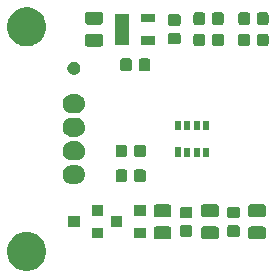
<source format=gts>
G04 #@! TF.GenerationSoftware,KiCad,Pcbnew,(5.1.2)-1*
G04 #@! TF.CreationDate,2025-09-14T13:11:52+09:00*
G04 #@! TF.ProjectId,ots,6f74732e-6b69-4636-9164-5f7063625858,v1.1*
G04 #@! TF.SameCoordinates,Original*
G04 #@! TF.FileFunction,Soldermask,Top*
G04 #@! TF.FilePolarity,Negative*
%FSLAX46Y46*%
G04 Gerber Fmt 4.6, Leading zero omitted, Abs format (unit mm)*
G04 Created by KiCad (PCBNEW (5.1.2)-1) date 2025-09-14 13:11:52*
%MOMM*%
%LPD*%
G04 APERTURE LIST*
%ADD10C,0.100000*%
G04 APERTURE END LIST*
D10*
G36*
X150375256Y-99391298D02*
G01*
X150481579Y-99412447D01*
X150782042Y-99536903D01*
X151052451Y-99717585D01*
X151282415Y-99947549D01*
X151463097Y-100217958D01*
X151587553Y-100518421D01*
X151651000Y-100837391D01*
X151651000Y-101162609D01*
X151587553Y-101481579D01*
X151463097Y-101782042D01*
X151282415Y-102052451D01*
X151052451Y-102282415D01*
X150782042Y-102463097D01*
X150481579Y-102587553D01*
X150375256Y-102608702D01*
X150162611Y-102651000D01*
X149837389Y-102651000D01*
X149624744Y-102608702D01*
X149518421Y-102587553D01*
X149217958Y-102463097D01*
X148947549Y-102282415D01*
X148717585Y-102052451D01*
X148536903Y-101782042D01*
X148412447Y-101481579D01*
X148349000Y-101162609D01*
X148349000Y-100837391D01*
X148412447Y-100518421D01*
X148536903Y-100217958D01*
X148717585Y-99947549D01*
X148947549Y-99717585D01*
X149217958Y-99536903D01*
X149518421Y-99412447D01*
X149624744Y-99391298D01*
X149837389Y-99349000D01*
X150162611Y-99349000D01*
X150375256Y-99391298D01*
X150375256Y-99391298D01*
G37*
G36*
X162084468Y-98903565D02*
G01*
X162123138Y-98915296D01*
X162158777Y-98934346D01*
X162190017Y-98959983D01*
X162215654Y-98991223D01*
X162234704Y-99026862D01*
X162246435Y-99065532D01*
X162251000Y-99111888D01*
X162251000Y-99763112D01*
X162246435Y-99809468D01*
X162234704Y-99848138D01*
X162215654Y-99883777D01*
X162190017Y-99915017D01*
X162158777Y-99940654D01*
X162123138Y-99959704D01*
X162084468Y-99971435D01*
X162038112Y-99976000D01*
X160961888Y-99976000D01*
X160915532Y-99971435D01*
X160876862Y-99959704D01*
X160841223Y-99940654D01*
X160809983Y-99915017D01*
X160784346Y-99883777D01*
X160765296Y-99848138D01*
X160753565Y-99809468D01*
X160749000Y-99763112D01*
X160749000Y-99111888D01*
X160753565Y-99065532D01*
X160765296Y-99026862D01*
X160784346Y-98991223D01*
X160809983Y-98959983D01*
X160841223Y-98934346D01*
X160876862Y-98915296D01*
X160915532Y-98903565D01*
X160961888Y-98899000D01*
X162038112Y-98899000D01*
X162084468Y-98903565D01*
X162084468Y-98903565D01*
G37*
G36*
X170084468Y-98903565D02*
G01*
X170123138Y-98915296D01*
X170158777Y-98934346D01*
X170190017Y-98959983D01*
X170215654Y-98991223D01*
X170234704Y-99026862D01*
X170246435Y-99065532D01*
X170251000Y-99111888D01*
X170251000Y-99763112D01*
X170246435Y-99809468D01*
X170234704Y-99848138D01*
X170215654Y-99883777D01*
X170190017Y-99915017D01*
X170158777Y-99940654D01*
X170123138Y-99959704D01*
X170084468Y-99971435D01*
X170038112Y-99976000D01*
X168961888Y-99976000D01*
X168915532Y-99971435D01*
X168876862Y-99959704D01*
X168841223Y-99940654D01*
X168809983Y-99915017D01*
X168784346Y-99883777D01*
X168765296Y-99848138D01*
X168753565Y-99809468D01*
X168749000Y-99763112D01*
X168749000Y-99111888D01*
X168753565Y-99065532D01*
X168765296Y-99026862D01*
X168784346Y-98991223D01*
X168809983Y-98959983D01*
X168841223Y-98934346D01*
X168876862Y-98915296D01*
X168915532Y-98903565D01*
X168961888Y-98899000D01*
X170038112Y-98899000D01*
X170084468Y-98903565D01*
X170084468Y-98903565D01*
G37*
G36*
X166084468Y-98903565D02*
G01*
X166123138Y-98915296D01*
X166158777Y-98934346D01*
X166190017Y-98959983D01*
X166215654Y-98991223D01*
X166234704Y-99026862D01*
X166246435Y-99065532D01*
X166251000Y-99111888D01*
X166251000Y-99763112D01*
X166246435Y-99809468D01*
X166234704Y-99848138D01*
X166215654Y-99883777D01*
X166190017Y-99915017D01*
X166158777Y-99940654D01*
X166123138Y-99959704D01*
X166084468Y-99971435D01*
X166038112Y-99976000D01*
X164961888Y-99976000D01*
X164915532Y-99971435D01*
X164876862Y-99959704D01*
X164841223Y-99940654D01*
X164809983Y-99915017D01*
X164784346Y-99883777D01*
X164765296Y-99848138D01*
X164753565Y-99809468D01*
X164749000Y-99763112D01*
X164749000Y-99111888D01*
X164753565Y-99065532D01*
X164765296Y-99026862D01*
X164784346Y-98991223D01*
X164809983Y-98959983D01*
X164841223Y-98934346D01*
X164876862Y-98915296D01*
X164915532Y-98903565D01*
X164961888Y-98899000D01*
X166038112Y-98899000D01*
X166084468Y-98903565D01*
X166084468Y-98903565D01*
G37*
G36*
X156501000Y-99901000D02*
G01*
X155499000Y-99901000D01*
X155499000Y-98999000D01*
X156501000Y-98999000D01*
X156501000Y-99901000D01*
X156501000Y-99901000D01*
G37*
G36*
X160101000Y-99901000D02*
G01*
X159099000Y-99901000D01*
X159099000Y-98999000D01*
X160101000Y-98999000D01*
X160101000Y-99901000D01*
X160101000Y-99901000D01*
G37*
G36*
X167879591Y-98803085D02*
G01*
X167913569Y-98813393D01*
X167944890Y-98830134D01*
X167972339Y-98852661D01*
X167994866Y-98880110D01*
X168011607Y-98911431D01*
X168021915Y-98945409D01*
X168026000Y-98986890D01*
X168026000Y-99588110D01*
X168021915Y-99629591D01*
X168011607Y-99663569D01*
X167994866Y-99694890D01*
X167972339Y-99722339D01*
X167944890Y-99744866D01*
X167913569Y-99761607D01*
X167879591Y-99771915D01*
X167838110Y-99776000D01*
X167161890Y-99776000D01*
X167120409Y-99771915D01*
X167086431Y-99761607D01*
X167055110Y-99744866D01*
X167027661Y-99722339D01*
X167005134Y-99694890D01*
X166988393Y-99663569D01*
X166978085Y-99629591D01*
X166974000Y-99588110D01*
X166974000Y-98986890D01*
X166978085Y-98945409D01*
X166988393Y-98911431D01*
X167005134Y-98880110D01*
X167027661Y-98852661D01*
X167055110Y-98830134D01*
X167086431Y-98813393D01*
X167120409Y-98803085D01*
X167161890Y-98799000D01*
X167838110Y-98799000D01*
X167879591Y-98803085D01*
X167879591Y-98803085D01*
G37*
G36*
X163879591Y-98803085D02*
G01*
X163913569Y-98813393D01*
X163944890Y-98830134D01*
X163972339Y-98852661D01*
X163994866Y-98880110D01*
X164011607Y-98911431D01*
X164021915Y-98945409D01*
X164026000Y-98986890D01*
X164026000Y-99588110D01*
X164021915Y-99629591D01*
X164011607Y-99663569D01*
X163994866Y-99694890D01*
X163972339Y-99722339D01*
X163944890Y-99744866D01*
X163913569Y-99761607D01*
X163879591Y-99771915D01*
X163838110Y-99776000D01*
X163161890Y-99776000D01*
X163120409Y-99771915D01*
X163086431Y-99761607D01*
X163055110Y-99744866D01*
X163027661Y-99722339D01*
X163005134Y-99694890D01*
X162988393Y-99663569D01*
X162978085Y-99629591D01*
X162974000Y-99588110D01*
X162974000Y-98986890D01*
X162978085Y-98945409D01*
X162988393Y-98911431D01*
X163005134Y-98880110D01*
X163027661Y-98852661D01*
X163055110Y-98830134D01*
X163086431Y-98813393D01*
X163120409Y-98803085D01*
X163161890Y-98799000D01*
X163838110Y-98799000D01*
X163879591Y-98803085D01*
X163879591Y-98803085D01*
G37*
G36*
X154501000Y-98951000D02*
G01*
X153499000Y-98951000D01*
X153499000Y-98049000D01*
X154501000Y-98049000D01*
X154501000Y-98951000D01*
X154501000Y-98951000D01*
G37*
G36*
X158101000Y-98951000D02*
G01*
X157099000Y-98951000D01*
X157099000Y-98049000D01*
X158101000Y-98049000D01*
X158101000Y-98951000D01*
X158101000Y-98951000D01*
G37*
G36*
X163879591Y-97228085D02*
G01*
X163913569Y-97238393D01*
X163944890Y-97255134D01*
X163972339Y-97277661D01*
X163994866Y-97305110D01*
X164011607Y-97336431D01*
X164021915Y-97370409D01*
X164026000Y-97411890D01*
X164026000Y-98013110D01*
X164021915Y-98054591D01*
X164011607Y-98088569D01*
X163994866Y-98119890D01*
X163972339Y-98147339D01*
X163944890Y-98169866D01*
X163913569Y-98186607D01*
X163879591Y-98196915D01*
X163838110Y-98201000D01*
X163161890Y-98201000D01*
X163120409Y-98196915D01*
X163086431Y-98186607D01*
X163055110Y-98169866D01*
X163027661Y-98147339D01*
X163005134Y-98119890D01*
X162988393Y-98088569D01*
X162978085Y-98054591D01*
X162974000Y-98013110D01*
X162974000Y-97411890D01*
X162978085Y-97370409D01*
X162988393Y-97336431D01*
X163005134Y-97305110D01*
X163027661Y-97277661D01*
X163055110Y-97255134D01*
X163086431Y-97238393D01*
X163120409Y-97228085D01*
X163161890Y-97224000D01*
X163838110Y-97224000D01*
X163879591Y-97228085D01*
X163879591Y-97228085D01*
G37*
G36*
X167879591Y-97228085D02*
G01*
X167913569Y-97238393D01*
X167944890Y-97255134D01*
X167972339Y-97277661D01*
X167994866Y-97305110D01*
X168011607Y-97336431D01*
X168021915Y-97370409D01*
X168026000Y-97411890D01*
X168026000Y-98013110D01*
X168021915Y-98054591D01*
X168011607Y-98088569D01*
X167994866Y-98119890D01*
X167972339Y-98147339D01*
X167944890Y-98169866D01*
X167913569Y-98186607D01*
X167879591Y-98196915D01*
X167838110Y-98201000D01*
X167161890Y-98201000D01*
X167120409Y-98196915D01*
X167086431Y-98186607D01*
X167055110Y-98169866D01*
X167027661Y-98147339D01*
X167005134Y-98119890D01*
X166988393Y-98088569D01*
X166978085Y-98054591D01*
X166974000Y-98013110D01*
X166974000Y-97411890D01*
X166978085Y-97370409D01*
X166988393Y-97336431D01*
X167005134Y-97305110D01*
X167027661Y-97277661D01*
X167055110Y-97255134D01*
X167086431Y-97238393D01*
X167120409Y-97228085D01*
X167161890Y-97224000D01*
X167838110Y-97224000D01*
X167879591Y-97228085D01*
X167879591Y-97228085D01*
G37*
G36*
X166084468Y-97028565D02*
G01*
X166123138Y-97040296D01*
X166158777Y-97059346D01*
X166190017Y-97084983D01*
X166215654Y-97116223D01*
X166234704Y-97151862D01*
X166246435Y-97190532D01*
X166251000Y-97236888D01*
X166251000Y-97888112D01*
X166246435Y-97934468D01*
X166234704Y-97973138D01*
X166215654Y-98008777D01*
X166190017Y-98040017D01*
X166158777Y-98065654D01*
X166123138Y-98084704D01*
X166084468Y-98096435D01*
X166038112Y-98101000D01*
X164961888Y-98101000D01*
X164915532Y-98096435D01*
X164876862Y-98084704D01*
X164841223Y-98065654D01*
X164809983Y-98040017D01*
X164784346Y-98008777D01*
X164765296Y-97973138D01*
X164753565Y-97934468D01*
X164749000Y-97888112D01*
X164749000Y-97236888D01*
X164753565Y-97190532D01*
X164765296Y-97151862D01*
X164784346Y-97116223D01*
X164809983Y-97084983D01*
X164841223Y-97059346D01*
X164876862Y-97040296D01*
X164915532Y-97028565D01*
X164961888Y-97024000D01*
X166038112Y-97024000D01*
X166084468Y-97028565D01*
X166084468Y-97028565D01*
G37*
G36*
X162084468Y-97028565D02*
G01*
X162123138Y-97040296D01*
X162158777Y-97059346D01*
X162190017Y-97084983D01*
X162215654Y-97116223D01*
X162234704Y-97151862D01*
X162246435Y-97190532D01*
X162251000Y-97236888D01*
X162251000Y-97888112D01*
X162246435Y-97934468D01*
X162234704Y-97973138D01*
X162215654Y-98008777D01*
X162190017Y-98040017D01*
X162158777Y-98065654D01*
X162123138Y-98084704D01*
X162084468Y-98096435D01*
X162038112Y-98101000D01*
X160961888Y-98101000D01*
X160915532Y-98096435D01*
X160876862Y-98084704D01*
X160841223Y-98065654D01*
X160809983Y-98040017D01*
X160784346Y-98008777D01*
X160765296Y-97973138D01*
X160753565Y-97934468D01*
X160749000Y-97888112D01*
X160749000Y-97236888D01*
X160753565Y-97190532D01*
X160765296Y-97151862D01*
X160784346Y-97116223D01*
X160809983Y-97084983D01*
X160841223Y-97059346D01*
X160876862Y-97040296D01*
X160915532Y-97028565D01*
X160961888Y-97024000D01*
X162038112Y-97024000D01*
X162084468Y-97028565D01*
X162084468Y-97028565D01*
G37*
G36*
X170084468Y-97028565D02*
G01*
X170123138Y-97040296D01*
X170158777Y-97059346D01*
X170190017Y-97084983D01*
X170215654Y-97116223D01*
X170234704Y-97151862D01*
X170246435Y-97190532D01*
X170251000Y-97236888D01*
X170251000Y-97888112D01*
X170246435Y-97934468D01*
X170234704Y-97973138D01*
X170215654Y-98008777D01*
X170190017Y-98040017D01*
X170158777Y-98065654D01*
X170123138Y-98084704D01*
X170084468Y-98096435D01*
X170038112Y-98101000D01*
X168961888Y-98101000D01*
X168915532Y-98096435D01*
X168876862Y-98084704D01*
X168841223Y-98065654D01*
X168809983Y-98040017D01*
X168784346Y-98008777D01*
X168765296Y-97973138D01*
X168753565Y-97934468D01*
X168749000Y-97888112D01*
X168749000Y-97236888D01*
X168753565Y-97190532D01*
X168765296Y-97151862D01*
X168784346Y-97116223D01*
X168809983Y-97084983D01*
X168841223Y-97059346D01*
X168876862Y-97040296D01*
X168915532Y-97028565D01*
X168961888Y-97024000D01*
X170038112Y-97024000D01*
X170084468Y-97028565D01*
X170084468Y-97028565D01*
G37*
G36*
X160101000Y-98001000D02*
G01*
X159099000Y-98001000D01*
X159099000Y-97099000D01*
X160101000Y-97099000D01*
X160101000Y-98001000D01*
X160101000Y-98001000D01*
G37*
G36*
X156501000Y-98001000D02*
G01*
X155499000Y-98001000D01*
X155499000Y-97099000D01*
X156501000Y-97099000D01*
X156501000Y-98001000D01*
X156501000Y-98001000D01*
G37*
G36*
X154217747Y-93690921D02*
G01*
X154297376Y-93698764D01*
X154450627Y-93745252D01*
X154450630Y-93745253D01*
X154591863Y-93820744D01*
X154715659Y-93922341D01*
X154817256Y-94046137D01*
X154892747Y-94187370D01*
X154892748Y-94187373D01*
X154939236Y-94340624D01*
X154954933Y-94500000D01*
X154939236Y-94659376D01*
X154892748Y-94812627D01*
X154892747Y-94812630D01*
X154817256Y-94953863D01*
X154715659Y-95077659D01*
X154591863Y-95179256D01*
X154450630Y-95254747D01*
X154450627Y-95254748D01*
X154297376Y-95301236D01*
X154217747Y-95309079D01*
X154177934Y-95313000D01*
X153822066Y-95313000D01*
X153782253Y-95309079D01*
X153702624Y-95301236D01*
X153549373Y-95254748D01*
X153549370Y-95254747D01*
X153408137Y-95179256D01*
X153284341Y-95077659D01*
X153182744Y-94953863D01*
X153107253Y-94812630D01*
X153107252Y-94812627D01*
X153060764Y-94659376D01*
X153045067Y-94500000D01*
X153060764Y-94340624D01*
X153107252Y-94187373D01*
X153107253Y-94187370D01*
X153182744Y-94046137D01*
X153284341Y-93922341D01*
X153408137Y-93820744D01*
X153549370Y-93745253D01*
X153549373Y-93745252D01*
X153702624Y-93698764D01*
X153782253Y-93690921D01*
X153822066Y-93687000D01*
X154177934Y-93687000D01*
X154217747Y-93690921D01*
X154217747Y-93690921D01*
G37*
G36*
X158354591Y-94078085D02*
G01*
X158388569Y-94088393D01*
X158419890Y-94105134D01*
X158447339Y-94127661D01*
X158469866Y-94155110D01*
X158486607Y-94186431D01*
X158496915Y-94220409D01*
X158501000Y-94261890D01*
X158501000Y-94938110D01*
X158496915Y-94979591D01*
X158486607Y-95013569D01*
X158469866Y-95044890D01*
X158447339Y-95072339D01*
X158419890Y-95094866D01*
X158388569Y-95111607D01*
X158354591Y-95121915D01*
X158313110Y-95126000D01*
X157711890Y-95126000D01*
X157670409Y-95121915D01*
X157636431Y-95111607D01*
X157605110Y-95094866D01*
X157577661Y-95072339D01*
X157555134Y-95044890D01*
X157538393Y-95013569D01*
X157528085Y-94979591D01*
X157524000Y-94938110D01*
X157524000Y-94261890D01*
X157528085Y-94220409D01*
X157538393Y-94186431D01*
X157555134Y-94155110D01*
X157577661Y-94127661D01*
X157605110Y-94105134D01*
X157636431Y-94088393D01*
X157670409Y-94078085D01*
X157711890Y-94074000D01*
X158313110Y-94074000D01*
X158354591Y-94078085D01*
X158354591Y-94078085D01*
G37*
G36*
X159929591Y-94078085D02*
G01*
X159963569Y-94088393D01*
X159994890Y-94105134D01*
X160022339Y-94127661D01*
X160044866Y-94155110D01*
X160061607Y-94186431D01*
X160071915Y-94220409D01*
X160076000Y-94261890D01*
X160076000Y-94938110D01*
X160071915Y-94979591D01*
X160061607Y-95013569D01*
X160044866Y-95044890D01*
X160022339Y-95072339D01*
X159994890Y-95094866D01*
X159963569Y-95111607D01*
X159929591Y-95121915D01*
X159888110Y-95126000D01*
X159286890Y-95126000D01*
X159245409Y-95121915D01*
X159211431Y-95111607D01*
X159180110Y-95094866D01*
X159152661Y-95072339D01*
X159130134Y-95044890D01*
X159113393Y-95013569D01*
X159103085Y-94979591D01*
X159099000Y-94938110D01*
X159099000Y-94261890D01*
X159103085Y-94220409D01*
X159113393Y-94186431D01*
X159130134Y-94155110D01*
X159152661Y-94127661D01*
X159180110Y-94105134D01*
X159211431Y-94088393D01*
X159245409Y-94078085D01*
X159286890Y-94074000D01*
X159888110Y-94074000D01*
X159929591Y-94078085D01*
X159929591Y-94078085D01*
G37*
G36*
X154217747Y-91690921D02*
G01*
X154297376Y-91698764D01*
X154450627Y-91745252D01*
X154450630Y-91745253D01*
X154591863Y-91820744D01*
X154715659Y-91922341D01*
X154817256Y-92046137D01*
X154892747Y-92187370D01*
X154892748Y-92187373D01*
X154939236Y-92340624D01*
X154954933Y-92500000D01*
X154939236Y-92659376D01*
X154902114Y-92781750D01*
X154892747Y-92812630D01*
X154817256Y-92953863D01*
X154715659Y-93077659D01*
X154591863Y-93179256D01*
X154450630Y-93254747D01*
X154450627Y-93254748D01*
X154297376Y-93301236D01*
X154217747Y-93309079D01*
X154177934Y-93313000D01*
X153822066Y-93313000D01*
X153782253Y-93309079D01*
X153702624Y-93301236D01*
X153549373Y-93254748D01*
X153549370Y-93254747D01*
X153408137Y-93179256D01*
X153284341Y-93077659D01*
X153182744Y-92953863D01*
X153107253Y-92812630D01*
X153097886Y-92781750D01*
X153060764Y-92659376D01*
X153045067Y-92500000D01*
X153060764Y-92340624D01*
X153107252Y-92187373D01*
X153107253Y-92187370D01*
X153182744Y-92046137D01*
X153284341Y-91922341D01*
X153408137Y-91820744D01*
X153549370Y-91745253D01*
X153549373Y-91745252D01*
X153702624Y-91698764D01*
X153782253Y-91690921D01*
X153822066Y-91687000D01*
X154177934Y-91687000D01*
X154217747Y-91690921D01*
X154217747Y-91690921D01*
G37*
G36*
X159929591Y-91978085D02*
G01*
X159963569Y-91988393D01*
X159994890Y-92005134D01*
X160022339Y-92027661D01*
X160044866Y-92055110D01*
X160061607Y-92086431D01*
X160071915Y-92120409D01*
X160076000Y-92161890D01*
X160076000Y-92838110D01*
X160071915Y-92879591D01*
X160061607Y-92913569D01*
X160044866Y-92944890D01*
X160022339Y-92972339D01*
X159994890Y-92994866D01*
X159963569Y-93011607D01*
X159929591Y-93021915D01*
X159888110Y-93026000D01*
X159286890Y-93026000D01*
X159245409Y-93021915D01*
X159211431Y-93011607D01*
X159180110Y-92994866D01*
X159152661Y-92972339D01*
X159130134Y-92944890D01*
X159113393Y-92913569D01*
X159103085Y-92879591D01*
X159099000Y-92838110D01*
X159099000Y-92161890D01*
X159103085Y-92120409D01*
X159113393Y-92086431D01*
X159130134Y-92055110D01*
X159152661Y-92027661D01*
X159180110Y-92005134D01*
X159211431Y-91988393D01*
X159245409Y-91978085D01*
X159286890Y-91974000D01*
X159888110Y-91974000D01*
X159929591Y-91978085D01*
X159929591Y-91978085D01*
G37*
G36*
X158354591Y-91978085D02*
G01*
X158388569Y-91988393D01*
X158419890Y-92005134D01*
X158447339Y-92027661D01*
X158469866Y-92055110D01*
X158486607Y-92086431D01*
X158496915Y-92120409D01*
X158501000Y-92161890D01*
X158501000Y-92838110D01*
X158496915Y-92879591D01*
X158486607Y-92913569D01*
X158469866Y-92944890D01*
X158447339Y-92972339D01*
X158419890Y-92994866D01*
X158388569Y-93011607D01*
X158354591Y-93021915D01*
X158313110Y-93026000D01*
X157711890Y-93026000D01*
X157670409Y-93021915D01*
X157636431Y-93011607D01*
X157605110Y-92994866D01*
X157577661Y-92972339D01*
X157555134Y-92944890D01*
X157538393Y-92913569D01*
X157528085Y-92879591D01*
X157524000Y-92838110D01*
X157524000Y-92161890D01*
X157528085Y-92120409D01*
X157538393Y-92086431D01*
X157555134Y-92055110D01*
X157577661Y-92027661D01*
X157605110Y-92005134D01*
X157636431Y-91988393D01*
X157670409Y-91978085D01*
X157711890Y-91974000D01*
X158313110Y-91974000D01*
X158354591Y-91978085D01*
X158354591Y-91978085D01*
G37*
G36*
X163045000Y-93020000D02*
G01*
X162555000Y-93020000D01*
X162555000Y-92180000D01*
X163045000Y-92180000D01*
X163045000Y-93020000D01*
X163045000Y-93020000D01*
G37*
G36*
X165445000Y-93015000D02*
G01*
X164955000Y-93015000D01*
X164955000Y-92275000D01*
X165445000Y-92275000D01*
X165445000Y-93015000D01*
X165445000Y-93015000D01*
G37*
G36*
X163845000Y-93015000D02*
G01*
X163355000Y-93015000D01*
X163355000Y-92275000D01*
X163845000Y-92275000D01*
X163845000Y-93015000D01*
X163845000Y-93015000D01*
G37*
G36*
X164645000Y-93015000D02*
G01*
X164155000Y-93015000D01*
X164155000Y-92275000D01*
X164645000Y-92275000D01*
X164645000Y-93015000D01*
X164645000Y-93015000D01*
G37*
G36*
X154217747Y-89690921D02*
G01*
X154297376Y-89698764D01*
X154450627Y-89745252D01*
X154450630Y-89745253D01*
X154591863Y-89820744D01*
X154715659Y-89922341D01*
X154817256Y-90046137D01*
X154892747Y-90187370D01*
X154892748Y-90187373D01*
X154939236Y-90340624D01*
X154954933Y-90500000D01*
X154939236Y-90659376D01*
X154919329Y-90725000D01*
X154892747Y-90812630D01*
X154817256Y-90953863D01*
X154715659Y-91077659D01*
X154591863Y-91179256D01*
X154450630Y-91254747D01*
X154450627Y-91254748D01*
X154297376Y-91301236D01*
X154217747Y-91309079D01*
X154177934Y-91313000D01*
X153822066Y-91313000D01*
X153782253Y-91309079D01*
X153702624Y-91301236D01*
X153549373Y-91254748D01*
X153549370Y-91254747D01*
X153408137Y-91179256D01*
X153284341Y-91077659D01*
X153182744Y-90953863D01*
X153107253Y-90812630D01*
X153080671Y-90725000D01*
X153060764Y-90659376D01*
X153045067Y-90500000D01*
X153060764Y-90340624D01*
X153107252Y-90187373D01*
X153107253Y-90187370D01*
X153182744Y-90046137D01*
X153284341Y-89922341D01*
X153408137Y-89820744D01*
X153549370Y-89745253D01*
X153549373Y-89745252D01*
X153702624Y-89698764D01*
X153782253Y-89690921D01*
X153822066Y-89687000D01*
X154177934Y-89687000D01*
X154217747Y-89690921D01*
X154217747Y-89690921D01*
G37*
G36*
X164645000Y-90725000D02*
G01*
X164155000Y-90725000D01*
X164155000Y-89985000D01*
X164645000Y-89985000D01*
X164645000Y-90725000D01*
X164645000Y-90725000D01*
G37*
G36*
X165445000Y-90725000D02*
G01*
X164955000Y-90725000D01*
X164955000Y-89985000D01*
X165445000Y-89985000D01*
X165445000Y-90725000D01*
X165445000Y-90725000D01*
G37*
G36*
X163845000Y-90725000D02*
G01*
X163355000Y-90725000D01*
X163355000Y-89985000D01*
X163845000Y-89985000D01*
X163845000Y-90725000D01*
X163845000Y-90725000D01*
G37*
G36*
X163045000Y-90725000D02*
G01*
X162555000Y-90725000D01*
X162555000Y-89985000D01*
X163045000Y-89985000D01*
X163045000Y-90725000D01*
X163045000Y-90725000D01*
G37*
G36*
X154217747Y-87690921D02*
G01*
X154297376Y-87698764D01*
X154450627Y-87745252D01*
X154450630Y-87745253D01*
X154591863Y-87820744D01*
X154715659Y-87922341D01*
X154817256Y-88046137D01*
X154892747Y-88187370D01*
X154892748Y-88187373D01*
X154939236Y-88340624D01*
X154954933Y-88500000D01*
X154939236Y-88659376D01*
X154892748Y-88812627D01*
X154892747Y-88812630D01*
X154817256Y-88953863D01*
X154715659Y-89077659D01*
X154591863Y-89179256D01*
X154450630Y-89254747D01*
X154450627Y-89254748D01*
X154297376Y-89301236D01*
X154217747Y-89309079D01*
X154177934Y-89313000D01*
X153822066Y-89313000D01*
X153782253Y-89309079D01*
X153702624Y-89301236D01*
X153549373Y-89254748D01*
X153549370Y-89254747D01*
X153408137Y-89179256D01*
X153284341Y-89077659D01*
X153182744Y-88953863D01*
X153107253Y-88812630D01*
X153107252Y-88812627D01*
X153060764Y-88659376D01*
X153045067Y-88500000D01*
X153060764Y-88340624D01*
X153107252Y-88187373D01*
X153107253Y-88187370D01*
X153182744Y-88046137D01*
X153284341Y-87922341D01*
X153408137Y-87820744D01*
X153549370Y-87745253D01*
X153549373Y-87745252D01*
X153702624Y-87698764D01*
X153782253Y-87690921D01*
X153822066Y-87687000D01*
X154177934Y-87687000D01*
X154217747Y-87690921D01*
X154217747Y-87690921D01*
G37*
G36*
X154160721Y-84970174D02*
G01*
X154260995Y-85011709D01*
X154260996Y-85011710D01*
X154351242Y-85072010D01*
X154427990Y-85148758D01*
X154427991Y-85148760D01*
X154488291Y-85239005D01*
X154529826Y-85339279D01*
X154551000Y-85445730D01*
X154551000Y-85554270D01*
X154529826Y-85660721D01*
X154488291Y-85760995D01*
X154488290Y-85760996D01*
X154427990Y-85851242D01*
X154351242Y-85927990D01*
X154305812Y-85958345D01*
X154260995Y-85988291D01*
X154160721Y-86029826D01*
X154054270Y-86051000D01*
X153945730Y-86051000D01*
X153839279Y-86029826D01*
X153739005Y-85988291D01*
X153694188Y-85958345D01*
X153648758Y-85927990D01*
X153572010Y-85851242D01*
X153511710Y-85760996D01*
X153511709Y-85760995D01*
X153470174Y-85660721D01*
X153449000Y-85554270D01*
X153449000Y-85445730D01*
X153470174Y-85339279D01*
X153511709Y-85239005D01*
X153572009Y-85148760D01*
X153572010Y-85148758D01*
X153648758Y-85072010D01*
X153739004Y-85011710D01*
X153739005Y-85011709D01*
X153839279Y-84970174D01*
X153945730Y-84949000D01*
X154054270Y-84949000D01*
X154160721Y-84970174D01*
X154160721Y-84970174D01*
G37*
G36*
X158754591Y-84678085D02*
G01*
X158788569Y-84688393D01*
X158819890Y-84705134D01*
X158847339Y-84727661D01*
X158869866Y-84755110D01*
X158886607Y-84786431D01*
X158896915Y-84820409D01*
X158901000Y-84861890D01*
X158901000Y-85538110D01*
X158896915Y-85579591D01*
X158886607Y-85613569D01*
X158869866Y-85644890D01*
X158847339Y-85672339D01*
X158819890Y-85694866D01*
X158788569Y-85711607D01*
X158754591Y-85721915D01*
X158713110Y-85726000D01*
X158111890Y-85726000D01*
X158070409Y-85721915D01*
X158036431Y-85711607D01*
X158005110Y-85694866D01*
X157977661Y-85672339D01*
X157955134Y-85644890D01*
X157938393Y-85613569D01*
X157928085Y-85579591D01*
X157924000Y-85538110D01*
X157924000Y-84861890D01*
X157928085Y-84820409D01*
X157938393Y-84786431D01*
X157955134Y-84755110D01*
X157977661Y-84727661D01*
X158005110Y-84705134D01*
X158036431Y-84688393D01*
X158070409Y-84678085D01*
X158111890Y-84674000D01*
X158713110Y-84674000D01*
X158754591Y-84678085D01*
X158754591Y-84678085D01*
G37*
G36*
X160329591Y-84678085D02*
G01*
X160363569Y-84688393D01*
X160394890Y-84705134D01*
X160422339Y-84727661D01*
X160444866Y-84755110D01*
X160461607Y-84786431D01*
X160471915Y-84820409D01*
X160476000Y-84861890D01*
X160476000Y-85538110D01*
X160471915Y-85579591D01*
X160461607Y-85613569D01*
X160444866Y-85644890D01*
X160422339Y-85672339D01*
X160394890Y-85694866D01*
X160363569Y-85711607D01*
X160329591Y-85721915D01*
X160288110Y-85726000D01*
X159686890Y-85726000D01*
X159645409Y-85721915D01*
X159611431Y-85711607D01*
X159580110Y-85694866D01*
X159552661Y-85672339D01*
X159530134Y-85644890D01*
X159513393Y-85613569D01*
X159503085Y-85579591D01*
X159499000Y-85538110D01*
X159499000Y-84861890D01*
X159503085Y-84820409D01*
X159513393Y-84786431D01*
X159530134Y-84755110D01*
X159552661Y-84727661D01*
X159580110Y-84705134D01*
X159611431Y-84688393D01*
X159645409Y-84678085D01*
X159686890Y-84674000D01*
X160288110Y-84674000D01*
X160329591Y-84678085D01*
X160329591Y-84678085D01*
G37*
G36*
X156284468Y-82603565D02*
G01*
X156323138Y-82615296D01*
X156358777Y-82634346D01*
X156390017Y-82659983D01*
X156415654Y-82691223D01*
X156434704Y-82726862D01*
X156446435Y-82765532D01*
X156451000Y-82811888D01*
X156451000Y-83463112D01*
X156446435Y-83509468D01*
X156434704Y-83548138D01*
X156415654Y-83583777D01*
X156390017Y-83615017D01*
X156358777Y-83640654D01*
X156323138Y-83659704D01*
X156284468Y-83671435D01*
X156238112Y-83676000D01*
X155161888Y-83676000D01*
X155115532Y-83671435D01*
X155076862Y-83659704D01*
X155041223Y-83640654D01*
X155009983Y-83615017D01*
X154984346Y-83583777D01*
X154965296Y-83548138D01*
X154953565Y-83509468D01*
X154949000Y-83463112D01*
X154949000Y-82811888D01*
X154953565Y-82765532D01*
X154965296Y-82726862D01*
X154984346Y-82691223D01*
X155009983Y-82659983D01*
X155041223Y-82634346D01*
X155076862Y-82615296D01*
X155115532Y-82603565D01*
X155161888Y-82599000D01*
X156238112Y-82599000D01*
X156284468Y-82603565D01*
X156284468Y-82603565D01*
G37*
G36*
X150375256Y-80391298D02*
G01*
X150481579Y-80412447D01*
X150782042Y-80536903D01*
X151052451Y-80717585D01*
X151282415Y-80947549D01*
X151429883Y-81168250D01*
X151463098Y-81217960D01*
X151587553Y-81518422D01*
X151648735Y-81826000D01*
X151651000Y-81837391D01*
X151651000Y-82162609D01*
X151587553Y-82481579D01*
X151506250Y-82677861D01*
X151489350Y-82718663D01*
X151463097Y-82782042D01*
X151282415Y-83052451D01*
X151052451Y-83282415D01*
X150782042Y-83463097D01*
X150782041Y-83463098D01*
X150782040Y-83463098D01*
X150742222Y-83479591D01*
X150481579Y-83587553D01*
X150381761Y-83607408D01*
X150162611Y-83651000D01*
X149837389Y-83651000D01*
X149618239Y-83607408D01*
X149518421Y-83587553D01*
X149257778Y-83479591D01*
X149217960Y-83463098D01*
X149217959Y-83463098D01*
X149217958Y-83463097D01*
X148947549Y-83282415D01*
X148717585Y-83052451D01*
X148536903Y-82782042D01*
X148510651Y-82718663D01*
X148493750Y-82677861D01*
X148412447Y-82481579D01*
X148349000Y-82162609D01*
X148349000Y-81837391D01*
X148351266Y-81826000D01*
X148412447Y-81518422D01*
X148536902Y-81217960D01*
X148570117Y-81168250D01*
X148717585Y-80947549D01*
X148947549Y-80717585D01*
X149217958Y-80536903D01*
X149518421Y-80412447D01*
X149624744Y-80391298D01*
X149837389Y-80349000D01*
X150162611Y-80349000D01*
X150375256Y-80391298D01*
X150375256Y-80391298D01*
G37*
G36*
X166529591Y-82578085D02*
G01*
X166563569Y-82588393D01*
X166594890Y-82605134D01*
X166622339Y-82627661D01*
X166644866Y-82655110D01*
X166661607Y-82686431D01*
X166671915Y-82720409D01*
X166676000Y-82761890D01*
X166676000Y-83438110D01*
X166671915Y-83479591D01*
X166661607Y-83513569D01*
X166644866Y-83544890D01*
X166622339Y-83572339D01*
X166594890Y-83594866D01*
X166563569Y-83611607D01*
X166529591Y-83621915D01*
X166488110Y-83626000D01*
X165886890Y-83626000D01*
X165845409Y-83621915D01*
X165811431Y-83611607D01*
X165780110Y-83594866D01*
X165752661Y-83572339D01*
X165730134Y-83544890D01*
X165713393Y-83513569D01*
X165703085Y-83479591D01*
X165699000Y-83438110D01*
X165699000Y-82761890D01*
X165703085Y-82720409D01*
X165713393Y-82686431D01*
X165730134Y-82655110D01*
X165752661Y-82627661D01*
X165780110Y-82605134D01*
X165811431Y-82588393D01*
X165845409Y-82578085D01*
X165886890Y-82574000D01*
X166488110Y-82574000D01*
X166529591Y-82578085D01*
X166529591Y-82578085D01*
G37*
G36*
X170329591Y-82578085D02*
G01*
X170363569Y-82588393D01*
X170394890Y-82605134D01*
X170422339Y-82627661D01*
X170444866Y-82655110D01*
X170461607Y-82686431D01*
X170471915Y-82720409D01*
X170476000Y-82761890D01*
X170476000Y-83438110D01*
X170471915Y-83479591D01*
X170461607Y-83513569D01*
X170444866Y-83544890D01*
X170422339Y-83572339D01*
X170394890Y-83594866D01*
X170363569Y-83611607D01*
X170329591Y-83621915D01*
X170288110Y-83626000D01*
X169686890Y-83626000D01*
X169645409Y-83621915D01*
X169611431Y-83611607D01*
X169580110Y-83594866D01*
X169552661Y-83572339D01*
X169530134Y-83544890D01*
X169513393Y-83513569D01*
X169503085Y-83479591D01*
X169499000Y-83438110D01*
X169499000Y-82761890D01*
X169503085Y-82720409D01*
X169513393Y-82686431D01*
X169530134Y-82655110D01*
X169552661Y-82627661D01*
X169580110Y-82605134D01*
X169611431Y-82588393D01*
X169645409Y-82578085D01*
X169686890Y-82574000D01*
X170288110Y-82574000D01*
X170329591Y-82578085D01*
X170329591Y-82578085D01*
G37*
G36*
X164954591Y-82578085D02*
G01*
X164988569Y-82588393D01*
X165019890Y-82605134D01*
X165047339Y-82627661D01*
X165069866Y-82655110D01*
X165086607Y-82686431D01*
X165096915Y-82720409D01*
X165101000Y-82761890D01*
X165101000Y-83438110D01*
X165096915Y-83479591D01*
X165086607Y-83513569D01*
X165069866Y-83544890D01*
X165047339Y-83572339D01*
X165019890Y-83594866D01*
X164988569Y-83611607D01*
X164954591Y-83621915D01*
X164913110Y-83626000D01*
X164311890Y-83626000D01*
X164270409Y-83621915D01*
X164236431Y-83611607D01*
X164205110Y-83594866D01*
X164177661Y-83572339D01*
X164155134Y-83544890D01*
X164138393Y-83513569D01*
X164128085Y-83479591D01*
X164124000Y-83438110D01*
X164124000Y-82761890D01*
X164128085Y-82720409D01*
X164138393Y-82686431D01*
X164155134Y-82655110D01*
X164177661Y-82627661D01*
X164205110Y-82605134D01*
X164236431Y-82588393D01*
X164270409Y-82578085D01*
X164311890Y-82574000D01*
X164913110Y-82574000D01*
X164954591Y-82578085D01*
X164954591Y-82578085D01*
G37*
G36*
X168754591Y-82578085D02*
G01*
X168788569Y-82588393D01*
X168819890Y-82605134D01*
X168847339Y-82627661D01*
X168869866Y-82655110D01*
X168886607Y-82686431D01*
X168896915Y-82720409D01*
X168901000Y-82761890D01*
X168901000Y-83438110D01*
X168896915Y-83479591D01*
X168886607Y-83513569D01*
X168869866Y-83544890D01*
X168847339Y-83572339D01*
X168819890Y-83594866D01*
X168788569Y-83611607D01*
X168754591Y-83621915D01*
X168713110Y-83626000D01*
X168111890Y-83626000D01*
X168070409Y-83621915D01*
X168036431Y-83611607D01*
X168005110Y-83594866D01*
X167977661Y-83572339D01*
X167955134Y-83544890D01*
X167938393Y-83513569D01*
X167928085Y-83479591D01*
X167924000Y-83438110D01*
X167924000Y-82761890D01*
X167928085Y-82720409D01*
X167938393Y-82686431D01*
X167955134Y-82655110D01*
X167977661Y-82627661D01*
X168005110Y-82605134D01*
X168036431Y-82588393D01*
X168070409Y-82578085D01*
X168111890Y-82574000D01*
X168713110Y-82574000D01*
X168754591Y-82578085D01*
X168754591Y-82578085D01*
G37*
G36*
X160881000Y-83526000D02*
G01*
X159719000Y-83526000D01*
X159719000Y-82774000D01*
X160881000Y-82774000D01*
X160881000Y-83526000D01*
X160881000Y-83526000D01*
G37*
G36*
X158681000Y-83526000D02*
G01*
X157519000Y-83526000D01*
X157519000Y-80874000D01*
X158681000Y-80874000D01*
X158681000Y-83526000D01*
X158681000Y-83526000D01*
G37*
G36*
X162879591Y-82503085D02*
G01*
X162913569Y-82513393D01*
X162944890Y-82530134D01*
X162972339Y-82552661D01*
X162994866Y-82580110D01*
X163011607Y-82611431D01*
X163021915Y-82645409D01*
X163026000Y-82686890D01*
X163026000Y-83288110D01*
X163021915Y-83329591D01*
X163011607Y-83363569D01*
X162994866Y-83394890D01*
X162972339Y-83422339D01*
X162944890Y-83444866D01*
X162913569Y-83461607D01*
X162879591Y-83471915D01*
X162838110Y-83476000D01*
X162161890Y-83476000D01*
X162120409Y-83471915D01*
X162086431Y-83461607D01*
X162055110Y-83444866D01*
X162027661Y-83422339D01*
X162005134Y-83394890D01*
X161988393Y-83363569D01*
X161978085Y-83329591D01*
X161974000Y-83288110D01*
X161974000Y-82686890D01*
X161978085Y-82645409D01*
X161988393Y-82611431D01*
X162005134Y-82580110D01*
X162027661Y-82552661D01*
X162055110Y-82530134D01*
X162086431Y-82513393D01*
X162120409Y-82503085D01*
X162161890Y-82499000D01*
X162838110Y-82499000D01*
X162879591Y-82503085D01*
X162879591Y-82503085D01*
G37*
G36*
X162879591Y-80928085D02*
G01*
X162913569Y-80938393D01*
X162944890Y-80955134D01*
X162972339Y-80977661D01*
X162994866Y-81005110D01*
X163011607Y-81036431D01*
X163021915Y-81070409D01*
X163026000Y-81111890D01*
X163026000Y-81713110D01*
X163021915Y-81754591D01*
X163011607Y-81788569D01*
X162994866Y-81819890D01*
X162972339Y-81847339D01*
X162944890Y-81869866D01*
X162913569Y-81886607D01*
X162879591Y-81896915D01*
X162838110Y-81901000D01*
X162161890Y-81901000D01*
X162120409Y-81896915D01*
X162086431Y-81886607D01*
X162055110Y-81869866D01*
X162027661Y-81847339D01*
X162005134Y-81819890D01*
X161988393Y-81788569D01*
X161978085Y-81754591D01*
X161974000Y-81713110D01*
X161974000Y-81111890D01*
X161978085Y-81070409D01*
X161988393Y-81036431D01*
X162005134Y-81005110D01*
X162027661Y-80977661D01*
X162055110Y-80955134D01*
X162086431Y-80938393D01*
X162120409Y-80928085D01*
X162161890Y-80924000D01*
X162838110Y-80924000D01*
X162879591Y-80928085D01*
X162879591Y-80928085D01*
G37*
G36*
X168754591Y-80778085D02*
G01*
X168788569Y-80788393D01*
X168819890Y-80805134D01*
X168847339Y-80827661D01*
X168869866Y-80855110D01*
X168886607Y-80886431D01*
X168896915Y-80920409D01*
X168901000Y-80961890D01*
X168901000Y-81638110D01*
X168896915Y-81679591D01*
X168886607Y-81713569D01*
X168869866Y-81744890D01*
X168847339Y-81772339D01*
X168819890Y-81794866D01*
X168788569Y-81811607D01*
X168754591Y-81821915D01*
X168713110Y-81826000D01*
X168111890Y-81826000D01*
X168070409Y-81821915D01*
X168036431Y-81811607D01*
X168005110Y-81794866D01*
X167977661Y-81772339D01*
X167955134Y-81744890D01*
X167938393Y-81713569D01*
X167928085Y-81679591D01*
X167924000Y-81638110D01*
X167924000Y-80961890D01*
X167928085Y-80920409D01*
X167938393Y-80886431D01*
X167955134Y-80855110D01*
X167977661Y-80827661D01*
X168005110Y-80805134D01*
X168036431Y-80788393D01*
X168070409Y-80778085D01*
X168111890Y-80774000D01*
X168713110Y-80774000D01*
X168754591Y-80778085D01*
X168754591Y-80778085D01*
G37*
G36*
X164954591Y-80778085D02*
G01*
X164988569Y-80788393D01*
X165019890Y-80805134D01*
X165047339Y-80827661D01*
X165069866Y-80855110D01*
X165086607Y-80886431D01*
X165096915Y-80920409D01*
X165101000Y-80961890D01*
X165101000Y-81638110D01*
X165096915Y-81679591D01*
X165086607Y-81713569D01*
X165069866Y-81744890D01*
X165047339Y-81772339D01*
X165019890Y-81794866D01*
X164988569Y-81811607D01*
X164954591Y-81821915D01*
X164913110Y-81826000D01*
X164311890Y-81826000D01*
X164270409Y-81821915D01*
X164236431Y-81811607D01*
X164205110Y-81794866D01*
X164177661Y-81772339D01*
X164155134Y-81744890D01*
X164138393Y-81713569D01*
X164128085Y-81679591D01*
X164124000Y-81638110D01*
X164124000Y-80961890D01*
X164128085Y-80920409D01*
X164138393Y-80886431D01*
X164155134Y-80855110D01*
X164177661Y-80827661D01*
X164205110Y-80805134D01*
X164236431Y-80788393D01*
X164270409Y-80778085D01*
X164311890Y-80774000D01*
X164913110Y-80774000D01*
X164954591Y-80778085D01*
X164954591Y-80778085D01*
G37*
G36*
X170329591Y-80778085D02*
G01*
X170363569Y-80788393D01*
X170394890Y-80805134D01*
X170422339Y-80827661D01*
X170444866Y-80855110D01*
X170461607Y-80886431D01*
X170471915Y-80920409D01*
X170476000Y-80961890D01*
X170476000Y-81638110D01*
X170471915Y-81679591D01*
X170461607Y-81713569D01*
X170444866Y-81744890D01*
X170422339Y-81772339D01*
X170394890Y-81794866D01*
X170363569Y-81811607D01*
X170329591Y-81821915D01*
X170288110Y-81826000D01*
X169686890Y-81826000D01*
X169645409Y-81821915D01*
X169611431Y-81811607D01*
X169580110Y-81794866D01*
X169552661Y-81772339D01*
X169530134Y-81744890D01*
X169513393Y-81713569D01*
X169503085Y-81679591D01*
X169499000Y-81638110D01*
X169499000Y-80961890D01*
X169503085Y-80920409D01*
X169513393Y-80886431D01*
X169530134Y-80855110D01*
X169552661Y-80827661D01*
X169580110Y-80805134D01*
X169611431Y-80788393D01*
X169645409Y-80778085D01*
X169686890Y-80774000D01*
X170288110Y-80774000D01*
X170329591Y-80778085D01*
X170329591Y-80778085D01*
G37*
G36*
X166529591Y-80778085D02*
G01*
X166563569Y-80788393D01*
X166594890Y-80805134D01*
X166622339Y-80827661D01*
X166644866Y-80855110D01*
X166661607Y-80886431D01*
X166671915Y-80920409D01*
X166676000Y-80961890D01*
X166676000Y-81638110D01*
X166671915Y-81679591D01*
X166661607Y-81713569D01*
X166644866Y-81744890D01*
X166622339Y-81772339D01*
X166594890Y-81794866D01*
X166563569Y-81811607D01*
X166529591Y-81821915D01*
X166488110Y-81826000D01*
X165886890Y-81826000D01*
X165845409Y-81821915D01*
X165811431Y-81811607D01*
X165780110Y-81794866D01*
X165752661Y-81772339D01*
X165730134Y-81744890D01*
X165713393Y-81713569D01*
X165703085Y-81679591D01*
X165699000Y-81638110D01*
X165699000Y-80961890D01*
X165703085Y-80920409D01*
X165713393Y-80886431D01*
X165730134Y-80855110D01*
X165752661Y-80827661D01*
X165780110Y-80805134D01*
X165811431Y-80788393D01*
X165845409Y-80778085D01*
X165886890Y-80774000D01*
X166488110Y-80774000D01*
X166529591Y-80778085D01*
X166529591Y-80778085D01*
G37*
G36*
X156284468Y-80728565D02*
G01*
X156323138Y-80740296D01*
X156358777Y-80759346D01*
X156390017Y-80784983D01*
X156415654Y-80816223D01*
X156434704Y-80851862D01*
X156446435Y-80890532D01*
X156451000Y-80936888D01*
X156451000Y-81588112D01*
X156446435Y-81634468D01*
X156434704Y-81673138D01*
X156415654Y-81708777D01*
X156390017Y-81740017D01*
X156358777Y-81765654D01*
X156323138Y-81784704D01*
X156284468Y-81796435D01*
X156238112Y-81801000D01*
X155161888Y-81801000D01*
X155115532Y-81796435D01*
X155076862Y-81784704D01*
X155041223Y-81765654D01*
X155009983Y-81740017D01*
X154984346Y-81708777D01*
X154965296Y-81673138D01*
X154953565Y-81634468D01*
X154949000Y-81588112D01*
X154949000Y-80936888D01*
X154953565Y-80890532D01*
X154965296Y-80851862D01*
X154984346Y-80816223D01*
X155009983Y-80784983D01*
X155041223Y-80759346D01*
X155076862Y-80740296D01*
X155115532Y-80728565D01*
X155161888Y-80724000D01*
X156238112Y-80724000D01*
X156284468Y-80728565D01*
X156284468Y-80728565D01*
G37*
G36*
X160881000Y-81626000D02*
G01*
X159719000Y-81626000D01*
X159719000Y-80874000D01*
X160881000Y-80874000D01*
X160881000Y-81626000D01*
X160881000Y-81626000D01*
G37*
M02*

</source>
